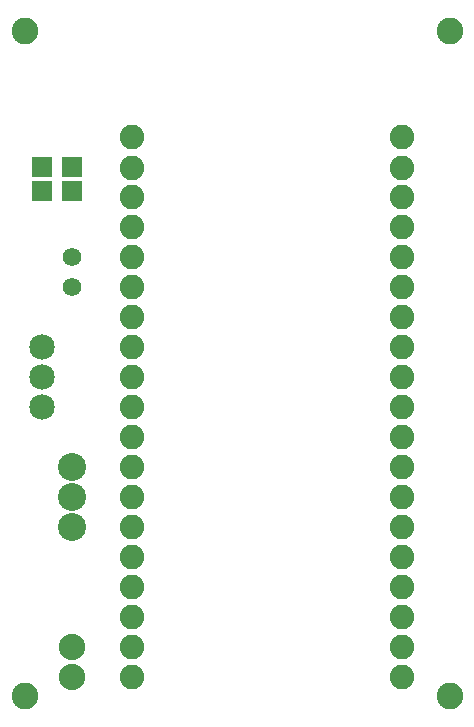
<source format=gts>
G04 MADE WITH FRITZING*
G04 WWW.FRITZING.ORG*
G04 DOUBLE SIDED*
G04 HOLES PLATED*
G04 CONTOUR ON CENTER OF CONTOUR VECTOR*
%ASAXBY*%
%FSLAX23Y23*%
%MOIN*%
%OFA0B0*%
%SFA1.0B1.0*%
%ADD10C,0.088740*%
%ADD11C,0.093307*%
%ADD12C,0.088000*%
%ADD13C,0.081858*%
%ADD14C,0.061496*%
%ADD15C,0.085000*%
%ADD16R,0.069055X0.065118*%
%LNMASK1*%
G90*
G70*
G54D10*
X1497Y2292D03*
X80Y2292D03*
X80Y73D03*
X1497Y73D03*
G54D11*
X238Y836D03*
X238Y736D03*
X238Y636D03*
G54D12*
X238Y236D03*
X238Y136D03*
G54D13*
X438Y1936D03*
X438Y1835D03*
X438Y1736D03*
X438Y1636D03*
X438Y1536D03*
X438Y1436D03*
X438Y1336D03*
X438Y1236D03*
X438Y1136D03*
X438Y1036D03*
X438Y936D03*
X438Y836D03*
X438Y736D03*
X438Y636D03*
X438Y536D03*
X438Y436D03*
X438Y337D03*
X438Y236D03*
X438Y136D03*
X1338Y136D03*
X1338Y236D03*
X1338Y337D03*
X1338Y436D03*
X1338Y536D03*
X1338Y636D03*
X1338Y736D03*
X1338Y836D03*
X1338Y936D03*
X1338Y1036D03*
X1338Y1136D03*
X1338Y1236D03*
X1338Y1336D03*
X1338Y1436D03*
X1338Y1536D03*
X1338Y1636D03*
X1338Y1736D03*
X1338Y1835D03*
X1338Y1936D03*
G54D14*
X238Y1536D03*
X238Y1436D03*
X238Y1536D03*
X238Y1436D03*
G54D15*
X138Y1236D03*
X138Y1136D03*
X138Y1036D03*
G54D16*
X238Y1836D03*
X238Y1756D03*
X138Y1756D03*
X138Y1836D03*
G04 End of Mask1*
M02*
</source>
